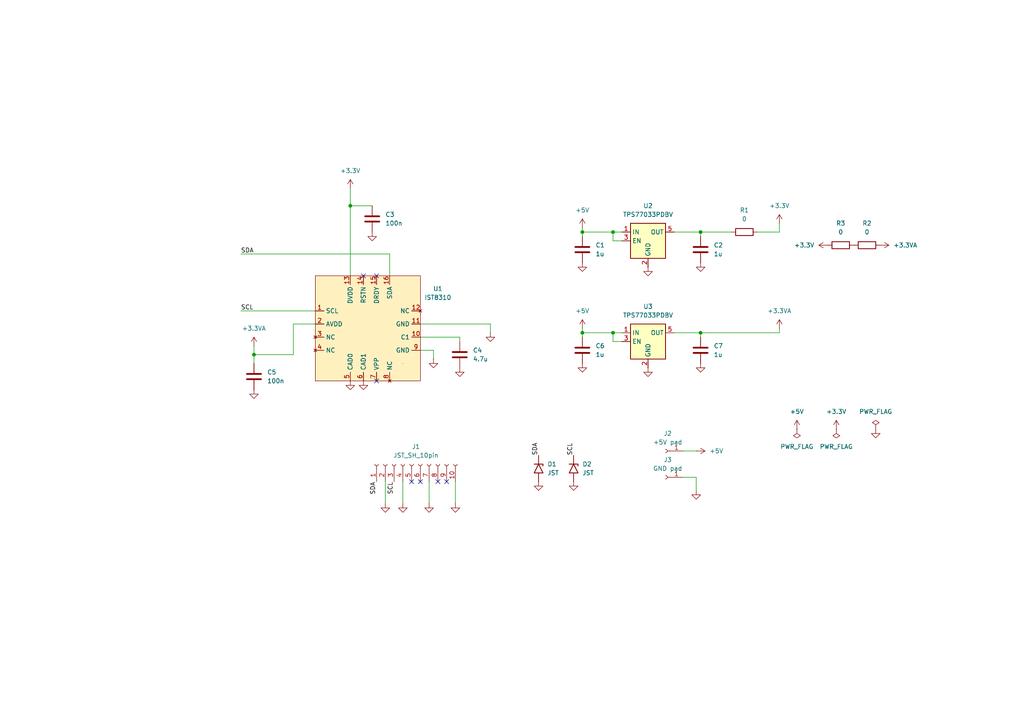
<source format=kicad_sch>
(kicad_sch (version 20250114) (generator "eeschema") (generator_version "9.0")
  (paper "A4")
  (lib_symbols
    (symbol "Connector:Conn_01x01_Socket" (pin_names (offset 1.016) (hide yes))
      (property "Reference" "J" (at 0 2.54 0))
      (property "Value" "Conn_01x01_Socket" (at 0 -2.54 0))
      (symbol "Conn_01x01_Socket_1_1"
        (polyline (pts (xy -1.27 0) (xy -0.508 0)) (stroke (width 0.1524)))
        (arc (start 0 -0.508) (mid -0.5058 0) (end 0 0.508) (stroke (width 0.1524)))
        (pin passive line (at -5.08 0 0) (length 3.81) (name "Pin_1") (number "1"))
      )
    )
    (symbol "Connector:Conn_01x10_Socket" (pin_names (offset 1.016) (hide yes))
      (property "Reference" "J" (at 0 12.7 0))
      (property "Value" "Conn_01x10_Socket" (at 0 -15.24 0))
      (symbol "Conn_01x10_Socket_1_1"
        (polyline (pts (xy -1.27 10.16) (xy -0.508 10.16)) (stroke (width 0.1524)))
        (polyline (pts (xy -1.27 7.62) (xy -0.508 7.62)) (stroke (width 0.1524)))
        (polyline (pts (xy -1.27 5.08) (xy -0.508 5.08)) (stroke (width 0.1524)))
        (polyline (pts (xy -1.27 2.54) (xy -0.508 2.54)) (stroke (width 0.1524)))
        (polyline (pts (xy -1.27 0) (xy -0.508 0)) (stroke (width 0.1524)))
        (polyline (pts (xy -1.27 -2.54) (xy -0.508 -2.54)) (stroke (width 0.1524)))
        (polyline (pts (xy -1.27 -5.08) (xy -0.508 -5.08)) (stroke (width 0.1524)))
        (polyline (pts (xy -1.27 -7.62) (xy -0.508 -7.62)) (stroke (width 0.1524)))
        (polyline (pts (xy -1.27 -10.16) (xy -0.508 -10.16)) (stroke (width 0.1524)))
        (polyline (pts (xy -1.27 -12.7) (xy -0.508 -12.7)) (stroke (width 0.1524)))
        (arc (start 0 9.652) (mid -0.5058 10.16) (end 0 10.668) (stroke (width 0.1524)))
        (arc (start 0 7.112) (mid -0.5058 7.62) (end 0 8.128) (stroke (width 0.1524)))
        (arc (start 0 4.572) (mid -0.5058 5.08) (end 0 5.588) (stroke (width 0.1524)))
        (arc (start 0 2.032) (mid -0.5058 2.54) (end 0 3.048) (stroke (width 0.1524)))
        (arc (start 0 -0.508) (mid -0.5058 0) (end 0 0.508) (stroke (width 0.1524)))
        (arc (start 0 -3.048) (mid -0.5058 -2.54) (end 0 -2.032) (stroke (width 0.1524)))
        (arc (start 0 -5.588) (mid -0.5058 -5.08) (end 0 -4.572) (stroke (width 0.1524)))
        (arc (start 0 -8.128) (mid -0.5058 -7.62) (end 0 -7.112) (stroke (width 0.1524)))
        (arc (start 0 -10.668) (mid -0.5058 -10.16) (end 0 -9.652) (stroke (width 0.1524)))
        (arc (start 0 -13.208) (mid -0.5058 -12.7) (end 0 -12.192) (stroke (width 0.1524)))
        (pin passive line (at -5.08 10.16 0) (length 3.81) (name "Pin_1") (number "1"))
        (pin passive line (at -5.08 7.62 0) (length 3.81) (name "Pin_2") (number "2"))
        (pin passive line (at -5.08 5.08 0) (length 3.81) (name "Pin_3") (number "3"))
        (pin passive line (at -5.08 2.54 0) (length 3.81) (name "Pin_4") (number "4"))
        (pin passive line (at -5.08 0 0) (length 3.81) (name "Pin_5") (number "5"))
        (pin passive line (at -5.08 -2.54 0) (length 3.81) (name "Pin_6") (number "6"))
        (pin passive line (at -5.08 -5.08 0) (length 3.81) (name "Pin_7") (number "7"))
        (pin passive line (at -5.08 -7.62 0) (length 3.81) (name "Pin_8") (number "8"))
        (pin passive line (at -5.08 -10.16 0) (length 3.81) (name "Pin_9") (number "9"))
        (pin passive line (at -5.08 -12.7 0) (length 3.81) (name "Pin_10") (number "10"))
      )
    )
    (symbol "Device:C" (pin_numbers (hide yes)) (pin_names (offset 0.254))
      (property "Reference" "C" (at 0.635 2.54 0))
      (property "Value" "C" (at 0.635 -2.54 0))
      (symbol "C_0_1"
        (polyline (pts (xy -2.032 0.762) (xy 2.032 0.762)) (stroke (width 0.508)))
        (polyline (pts (xy -2.032 -0.762) (xy 2.032 -0.762)) (stroke (width 0.508)))
      )
      (symbol "C_1_1"
        (pin passive line (at 0 3.81 270) (length 2.794) (name "~") (number "1"))
        (pin passive line (at 0 -3.81 90) (length 2.794) (name "~") (number "2"))
      )
    )
    (symbol "Device:R" (pin_numbers (hide yes)) (pin_names (offset 0))
      (property "Reference" "R" (at 2.032 0 90))
      (property "Value" "R" (at 0 0 90))
      (symbol "R_0_1"
        (rectangle (start -1.016 -2.54) (end 1.016 2.54) (stroke (width 0.254)))
      )
      (symbol "R_1_1"
        (pin passive line (at 0 3.81 270) (length 1.27) (name "~") (number "1"))
        (pin passive line (at 0 -3.81 90) (length 1.27) (name "~") (number "2"))
      )
    )
    (symbol "Diode:SM6T10A" (pin_numbers (hide yes)) (pin_names (offset 1.016) (hide yes))
      (property "Reference" "D" (at 0 2.54 0))
      (property "Value" "SM6T10A" (at 0 -2.54 0))
      (symbol "SM6T10A_0_1"
        (polyline (pts (xy -0.762 1.27) (xy -1.27 1.27) (xy -1.27 -1.27)) (stroke (width 0.254)))
        (polyline (pts (xy 1.27 1.27) (xy 1.27 -1.27) (xy -1.27 0) (xy 1.27 1.27)) (stroke (width 0.254)))
      )
      (symbol "SM6T10A_1_1"
        (pin passive line (at -3.81 0 0) (length 2.54) (name "A1") (number "1"))
        (pin passive line (at 3.81 0 180) (length 2.54) (name "A2") (number "2"))
      )
    )
    (symbol "Magnetometer:IST8310_GM_Sensor"
      (property "Reference" "U" (at 10.16 -10.16 0))
      (property "Value" "IST8310" (at 0.254 -0.254 0))
      (symbol "IST8310_GM_Sensor_0_0"
        (pin no_connect line (at -15.24 -2.54 0) (length 2.54) (name "NC") (number "3"))
        (pin no_connect line (at -15.24 -6.35 0) (length 2.54) (name "NC") (number "4"))
        (pin power_in line (at -5.08 15.24 270) (length 2.54) (name "DVDD") (number "13"))
        (pin input line (at -5.08 -15.24 90) (length 2.54) (name "CAD0") (number "5"))
        (pin input line (at -1.27 15.24 270) (length 2.54) (name "RSTN") (number "14"))
        (pin passive line (at 2.54 -15.24 90) (length 2.54) (name "VPP") (number "7"))
        (pin power_in line (at 15.24 1.27 180) (length 2.54) (name "GND") (number "11"))
        (pin power_in line (at 15.24 -6.35 180) (length 2.54) (name "GND") (number "9"))
      )
      (symbol "IST8310_GM_Sensor_0_1"
        (rectangle (start 10.16 -10.16) (end 10.16 -10.16))
      )
      (symbol "IST8310_GM_Sensor_1_0"
        (pin input line (at -15.24 5.08 0) (length 2.54) (name "SCL") (number "1"))
        (pin power_in line (at -15.24 1.27 0) (length 2.54) (name "AVDD") (number "2"))
        (pin input line (at -1.27 -15.24 90) (length 2.54) (name "CAD1") (number "6"))
        (pin output line (at 2.54 15.24 270) (length 2.54) (name "DRDY") (number "15"))
        (pin bidirectional line (at 6.35 15.24 270) (length 2.54) (name "SDA") (number "16"))
        (pin no_connect line (at 6.35 -15.24 90) (length 2.54) (name "NC") (number "8"))
        (pin no_connect line (at 15.24 5.08 180) (length 2.54) (name "NC") (number "12"))
        (pin passive line (at 15.24 -2.54 180) (length 2.54) (name "C1") (number "10"))
      )
      (symbol "IST8310_GM_Sensor_1_1"
        (rectangle (start -15.24 15.24) (end 15.24 -15.24) (fill (type color) (color 255 240 192 1)))
      )
    )
    (symbol "Regulator_Linear:TPS77033PDBV"
      (property "Reference" "U" (at -3.81 6.35 0))
      (property "Value" "TPS77033PDBV" (at 6.35 6.35 0))
      (symbol "TPS77033PDBV_0_1"
        (rectangle (start -5.08 -5.08) (end 5.08 5.08) (stroke (width 0.254)) (fill (type background)))
        (pin power_in line (at -7.62 2.54 0) (length 2.54) (name "IN") (number "1"))
        (pin input line (at -7.62 0 0) (length 2.54) (name "EN") (number "3"))
        (pin power_in line (at 0 -7.62 90) (length 2.54) (name "GND") (number "2"))
        (pin power_out line (at 7.62 2.54 180) (length 2.54) (name "OUT") (number "5"))
      )
      (symbol "TPS77033PDBV_1_1"
        (pin passive line (at 0 -7.62 90) (length 2.54) (hide yes) (name "GND") (number "4"))
      )
    )
    (symbol "power:+3.3V" (power) (pin_numbers (hide yes)) (pin_names (offset 0) (hide yes))
      (property "Value" "+3.3V" (at 0 3.556 0))
      (symbol "+3.3V_0_1"
        (polyline (pts (xy -0.762 1.27) (xy 0 2.54)))
        (polyline (pts (xy 0 2.54) (xy 0.762 1.27)))
        (polyline (pts (xy 0 0) (xy 0 2.54)))
      )
      (symbol "+3.3V_1_1"
        (pin power_in line (at 0 0 90) (length 0) (name "~") (number "1"))
      )
    )
    (symbol "power:+5V" (power) (pin_numbers (hide yes)) (pin_names (offset 0) (hide yes))
      (property "Value" "+5V" (at 0 3.556 0))
      (symbol "+5V_0_1"
        (polyline (pts (xy -0.762 1.27) (xy 0 2.54)))
        (polyline (pts (xy 0 2.54) (xy 0.762 1.27)))
        (polyline (pts (xy 0 0) (xy 0 2.54)))
      )
      (symbol "+5V_1_1"
        (pin power_in line (at 0 0 90) (length 0) (name "~") (number "1"))
      )
    )
    (symbol "power:GND" (power) (pin_numbers (hide yes)) (pin_names (offset 0) (hide yes))
      (property "Value" "GND" (at 0 -3.81 0))
      (symbol "GND_0_1"
        (polyline (pts (xy 0 0) (xy 0 -1.27) (xy 1.27 -1.27) (xy 0 -2.54) (xy -1.27 -1.27) (xy 0 -1.27)))
      )
      (symbol "GND_1_1"
        (pin power_in line (at 0 0 270) (length 0) (name "~") (number "1"))
      )
    )
    (symbol "power:PWR_FLAG" (power) (pin_numbers (hide yes)) (pin_names (offset 0) (hide yes))
      (property "Value" "PWR_FLAG" (at 0 3.81 0))
      (symbol "PWR_FLAG_0_0"
        (pin power_out line (at 0 0 90) (length 0) (name "~") (number "1"))
      )
      (symbol "PWR_FLAG_0_1"
        (polyline (pts (xy 0 0) (xy 0 1.27) (xy -1.016 1.905) (xy 0 2.54) (xy 1.016 1.905) (xy 0 1.27)))
      )
    )
  )
  (junction (at 203.2 96.52))
  (junction (at 73.66 102.87))
  (junction (at 168.91 67.31))
  (junction (at 101.6 59.69))
  (junction (at 203.2 67.31))
  (junction (at 177.8 96.52))
  (junction (at 177.8 67.31))
  (junction (at 168.91 96.52))
  (no_connect (at 109.22 110.49))
  (no_connect (at 121.92 139.7))
  (no_connect (at 105.41 80.01))
  (no_connect (at 127 139.7))
  (no_connect (at 109.22 80.01))
  (no_connect (at 129.54 139.7))
  (no_connect (at 119.38 139.7))
  (wire (pts (xy 85.09 102.87) (xy 73.66 102.87)))
  (wire (pts (xy 177.8 96.52) (xy 180.34 96.52)))
  (wire (pts (xy 113.03 80.01) (xy 113.03 73.66)))
  (wire (pts (xy 177.8 99.06) (xy 177.8 96.52)))
  (wire (pts (xy 101.6 80.01) (xy 101.6 59.69)))
  (wire (pts (xy 121.92 93.98) (xy 142.24 93.98)))
  (wire (pts (xy 73.66 102.87) (xy 73.66 105.41)))
  (wire (pts (xy 212.09 67.31) (xy 203.2 67.31)))
  (wire (pts (xy 195.58 67.31) (xy 203.2 67.31)))
  (wire (pts (xy 226.06 64.77) (xy 226.06 67.31)))
  (wire (pts (xy 177.8 67.31) (xy 180.34 67.31)))
  (wire (pts (xy 121.92 97.79) (xy 133.35 97.79)))
  (wire (pts (xy 177.8 69.85) (xy 177.8 67.31)))
  (wire (pts (xy 203.2 97.79) (xy 203.2 96.52)))
  (wire (pts (xy 73.66 100.33) (xy 73.66 102.87)))
  (wire (pts (xy 111.76 146.05) (xy 111.76 139.7)))
  (wire (pts (xy 133.35 97.79) (xy 133.35 99.06)))
  (wire (pts (xy 203.2 68.58) (xy 203.2 67.31)))
  (wire (pts (xy 101.6 54.61) (xy 101.6 59.69)))
  (wire (pts (xy 142.24 93.98) (xy 142.24 96.52)))
  (wire (pts (xy 91.44 93.98) (xy 85.09 93.98)))
  (wire (pts (xy 69.85 90.17) (xy 91.44 90.17)))
  (wire (pts (xy 201.93 138.43) (xy 201.93 142.24)))
  (wire (pts (xy 168.91 68.58) (xy 168.91 67.31)))
  (wire (pts (xy 168.91 97.79) (xy 168.91 96.52)))
  (wire (pts (xy 168.91 67.31) (xy 177.8 67.31)))
  (wire (pts (xy 116.84 146.05) (xy 116.84 139.7)))
  (wire (pts (xy 121.92 101.6) (xy 125.73 101.6)))
  (wire (pts (xy 124.46 146.05) (xy 124.46 139.7)))
  (wire (pts (xy 132.08 146.05) (xy 132.08 139.7)))
  (wire (pts (xy 113.03 73.66) (xy 69.85 73.66)))
  (wire (pts (xy 226.06 95.25) (xy 226.06 96.52)))
  (wire (pts (xy 125.73 101.6) (xy 125.73 104.14)))
  (wire (pts (xy 203.2 96.52) (xy 226.06 96.52)))
  (wire (pts (xy 201.93 130.81) (xy 198.12 130.81)))
  (wire (pts (xy 168.91 66.04) (xy 168.91 67.31)))
  (wire (pts (xy 85.09 93.98) (xy 85.09 102.87)))
  (wire (pts (xy 180.34 69.85) (xy 177.8 69.85)))
  (wire (pts (xy 226.06 67.31) (xy 219.71 67.31)))
  (wire (pts (xy 168.91 95.25) (xy 168.91 96.52)))
  (wire (pts (xy 101.6 59.69) (xy 107.95 59.69)))
  (wire (pts (xy 195.58 96.52) (xy 203.2 96.52)))
  (wire (pts (xy 180.34 99.06) (xy 177.8 99.06)))
  (wire (pts (xy 198.12 138.43) (xy 201.93 138.43)))
  (wire (pts (xy 168.91 96.52) (xy 177.8 96.52)))
  (label "SCL" (at 69.85 90.17 0))
  (label "SDA" (at 109.22 139.7 270))
  (label "SDA" (at 69.85 73.66 0))
  (label "SCL" (at 166.37 132.08 90))
  (label "SCL" (at 114.3 139.7 270))
  (label "SDA" (at 156.21 132.08 90))
  (symbol (lib_id "power:+3.3V") (at 226.06 95.25 0) (unit 1)
    (property "Reference" "#PWR09" (effects (hide yes)))
    (property "Value" "+3.3VA" (at 226.06 90.17 0))
    (property "Description" "Power symbol creates a global label with name \"+3.3V\"" (effects (hide yes)))
  )
  (symbol (lib_id "Connector:Conn_01x01_Socket") (at 193.04 130.81 180) (unit 1)
    (property "Reference" "J2" (at 193.675 125.73 0))
    (property "Value" "+5V pad" (at 193.675 128.27 0))
    (property "Footprint" "Connector_Wire:SolderWirePad_1x01_SMD_3x6mm" (effects (hide yes)))
    (property "Description" "Generic connector, single row, 01x01, script generated" (effects (hide yes)))
  )
  (symbol (lib_id "power:GND") (at 203.2 76.2 0) (unit 1)
    (property "Reference" "#PWR03" (effects (hide yes)))
    (property "Value" "GND" (effects (hide yes)))
    (property "Description" "Power symbol creates a global label with name \"GND\" , ground" (effects (hide yes)))
  )
  (symbol (lib_id "power:GND") (at 142.24 96.52 0) (unit 1)
    (property "Reference" "#PWR013" (effects (hide yes)))
    (property "Value" "GND" (effects (hide yes)))
    (property "Description" "Power symbol creates a global label with name \"GND\" , ground" (effects (hide yes)))
  )
  (symbol (lib_id "power:GND") (at 73.66 113.03 0) (unit 1)
    (property "Reference" "#PWR015" (effects (hide yes)))
    (property "Value" "GND" (effects (hide yes)))
    (property "Description" "Power symbol creates a global label with name \"GND\" , ground" (effects (hide yes)))
  )
  (symbol (lib_id "Device:C") (at 203.2 72.39 0) (unit 1)
    (property "Reference" "C2" (at 207.01 71.1199 0) (effects (justify left)))
    (property "Value" "1u" (at 207.01 73.6599 0) (effects (justify left)))
    (property "Footprint" "Capacitor_SMD:C_0603_1608Metric" (effects (hide yes)))
    (property "Description" "Unpolarized capacitor" (effects (hide yes)))
    (property "LCSC" "C77046" (effects (hide yes)))
  )
  (symbol (lib_id "power:GND") (at 101.6 110.49 0) (unit 1)
    (property "Reference" "#PWR020" (effects (hide yes)))
    (property "Value" "GND" (effects (hide yes)))
    (property "Description" "Power symbol creates a global label with name \"GND\" , ground" (effects (hide yes)))
  )
  (symbol (lib_id "power:GND") (at 254 124.46 0) (unit 1)
    (property "Reference" "#PWR030" (effects (hide yes)))
    (property "Value" "GND" (effects (hide yes)))
    (property "Description" "Power symbol creates a global label with name \"GND\" , ground" (effects (hide yes)))
  )
  (symbol (lib_id "power:+5V") (at 168.91 95.25 0) (unit 1)
    (property "Reference" "#PWR06" (effects (hide yes)))
    (property "Value" "+5V" (at 168.91 90.17 0))
    (property "Description" "Power symbol creates a global label with name \"+5V\"" (effects (hide yes)))
  )
  (symbol (lib_id "power:GND") (at 132.08 146.05 0) (unit 1)
    (property "Reference" "#PWR025" (effects (hide yes)))
    (property "Value" "GND" (effects (hide yes)))
    (property "Description" "Power symbol creates a global label with name \"GND\" , ground" (effects (hide yes)))
  )
  (symbol (lib_id "Device:C") (at 107.95 63.5 0) (unit 1)
    (property "Reference" "C3" (at 111.76 62.2299 0) (effects (justify left)))
    (property "Value" "100n" (at 111.76 64.7699 0) (effects (justify left)))
    (property "Footprint" "Capacitor_SMD:C_0603_1608Metric" (effects (hide yes)))
    (property "Description" "Unpolarized capacitor" (effects (hide yes)))
    (property "LCSC" "C77055" (effects (hide yes)))
  )
  (symbol (lib_id "power:GND") (at 203.2 105.41 0) (unit 1)
    (property "Reference" "#PWR010" (effects (hide yes)))
    (property "Value" "GND" (effects (hide yes)))
    (property "Description" "Power symbol creates a global label with name \"GND\" , ground" (effects (hide yes)))
  )
  (symbol (lib_id "power:GND") (at 111.76 146.05 0) (unit 1)
    (property "Reference" "#PWR022" (effects (hide yes)))
    (property "Value" "GND" (effects (hide yes)))
    (property "Description" "Power symbol creates a global label with name \"GND\" , ground" (effects (hide yes)))
  )
  (symbol (lib_id "Device:C") (at 168.91 72.39 0) (unit 1)
    (property "Reference" "C1" (at 172.72 71.1199 0) (effects (justify left)))
    (property "Value" "1u" (at 172.72 73.6599 0) (effects (justify left)))
    (property "Footprint" "Capacitor_SMD:C_0603_1608Metric" (effects (hide yes)))
    (property "Description" "Unpolarized capacitor" (effects (hide yes)))
    (property "LCSC" "C77046" (effects (hide yes)))
  )
  (symbol (lib_id "power:GND") (at 125.73 104.14 0) (unit 1)
    (property "Reference" "#PWR012" (effects (hide yes)))
    (property "Value" "GND" (effects (hide yes)))
    (property "Description" "Power symbol creates a global label with name \"GND\" , ground" (effects (hide yes)))
  )
  (symbol (lib_id "power:GND") (at 166.37 139.7 0) (unit 1)
    (property "Reference" "#PWR032" (effects (hide yes)))
    (property "Value" "GND" (effects (hide yes)))
    (property "Description" "Power symbol creates a global label with name \"GND\" , ground" (effects (hide yes)))
  )
  (symbol (lib_id "power:+5V") (at 231.14 124.46 0) (unit 1)
    (property "Reference" "#PWR028" (effects (hide yes)))
    (property "Value" "+5V" (at 231.14 119.38 0))
    (property "Description" "Power symbol creates a global label with name \"+5V\"" (effects (hide yes)))
  )
  (symbol (lib_id "power:GND") (at 187.96 77.47 0) (unit 1)
    (property "Reference" "#PWR01" (effects (hide yes)))
    (property "Value" "GND" (effects (hide yes)))
    (property "Description" "Power symbol creates a global label with name \"GND\" , ground" (effects (hide yes)))
  )
  (symbol (lib_id "power:+3.3V") (at 242.57 124.46 0) (unit 1)
    (property "Reference" "#PWR029" (effects (hide yes)))
    (property "Value" "+3.3V" (at 242.57 119.38 0))
    (property "Description" "Power symbol creates a global label with name \"+3.3V\"" (effects (hide yes)))
  )
  (symbol (lib_id "power:+3.3V") (at 226.06 64.77 0) (unit 1)
    (property "Reference" "#PWR05" (effects (hide yes)))
    (property "Value" "+3.3V" (at 226.06 59.69 0))
    (property "Description" "Power symbol creates a global label with name \"+3.3V\"" (effects (hide yes)))
  )
  (symbol (lib_id "Device:R") (at 215.9 67.31 90) (unit 1)
    (property "Reference" "R1" (at 215.9 60.96 90))
    (property "Value" "0" (at 215.9 63.5 90))
    (property "Footprint" "Resistor_SMD:R_0603_1608Metric" (effects (hide yes)))
    (property "Description" "Resistor" (effects (hide yes)))
    (property "LCSC" "C95177" (effects (hide yes)))
  )
  (symbol (lib_id "Device:C") (at 133.35 102.87 0) (unit 1)
    (property "Reference" "C4" (at 137.16 101.5999 0) (effects (justify left)))
    (property "Value" "4.7u" (at 137.16 104.1399 0) (effects (justify left)))
    (property "Footprint" "Capacitor_SMD:C_0603_1608Metric" (effects (hide yes)))
    (property "Description" "Unpolarized capacitor" (effects (hide yes)))
    (property "LCSC" "C327022" (effects (hide yes)))
  )
  (symbol (lib_id "power:PWR_FLAG") (at 242.57 124.46 180) (unit 1)
    (property "Reference" "#FLG02" (effects (hide yes)))
    (property "Value" "PWR_FLAG" (at 242.57 129.54 0))
    (property "Description" "Special symbol for telling ERC where power comes from" (effects (hide yes)))
  )
  (symbol (lib_id "power:PWR_FLAG") (at 231.14 124.46 180) (unit 1)
    (property "Reference" "#FLG01" (effects (hide yes)))
    (property "Value" "PWR_FLAG" (at 231.14 129.54 0))
    (property "Description" "Special symbol for telling ERC where power comes from" (effects (hide yes)))
  )
  (symbol (lib_id "power:+3.3V") (at 240.03 71.12 90) (unit 1)
    (property "Reference" "#PWR017" (effects (hide yes)))
    (property "Value" "+3.3V" (at 236.22 71.1199 90) (effects (justify left)))
    (property "Description" "Power symbol creates a global label with name \"+3.3V\"" (effects (hide yes)))
  )
  (symbol (lib_id "Diode:SM6T10A") (at 156.21 135.89 270) (unit 1)
    (property "Reference" "D1" (at 158.75 134.6199 90) (effects (justify left)))
    (property "Value" "JST" (at 158.75 137.1599 90) (effects (justify left)))
    (property "Footprint" "Diode_SMD:D_0402_1005Metric" (effects (hide yes)))
    (property "Datasheet" "https://www.st.com/resource/en/datasheet/sm6t.pdf" (effects (hide yes)))
    (property "Description" "600W unidirectional Transil Transient Voltage Suppressor, 10Vrwm, DO-214AA" (effects (hide yes)))
    (property "LCSC" "C1869319" (effects (hide yes)))
  )
  (symbol (lib_id "power:GND") (at 124.46 146.05 0) (unit 1)
    (property "Reference" "#PWR024" (effects (hide yes)))
    (property "Value" "GND" (effects (hide yes)))
    (property "Description" "Power symbol creates a global label with name \"GND\" , ground" (effects (hide yes)))
  )
  (symbol (lib_id "Regulator_Linear:TPS77033PDBV") (at 187.96 99.06 0) (unit 1)
    (property "Reference" "U3" (at 187.96 88.9 0))
    (property "Value" "TPS77033PDBV" (at 187.96 91.44 0))
    (property "Footprint" "Package_TO_SOT_SMD:SOT-23-5" (effects (hide yes)))
    (property "Datasheet" "https://www.ti.com/lit/ds/symlink/tlv770.pdf" (effects (hide yes)))
    (property "Description" "50-mA fixed LDO, 3.3V, active output discharge, 55dB@1MHz PSRR, 3.35..5.5Vin, 45mV dropout, SOT-23-5" (effects (hide yes)))
    (property "LCSC" "C36996065" (effects (hide yes)))
  )
  (symbol (lib_id "power:PWR_FLAG") (at 254 124.46 0) (unit 1)
    (property "Reference" "#FLG03" (effects (hide yes)))
    (property "Value" "PWR_FLAG" (at 254 119.38 0))
    (property "Description" "Special symbol for telling ERC where power comes from" (effects (hide yes)))
  )
  (symbol (lib_id "power:GND") (at 187.96 106.68 0) (unit 1)
    (property "Reference" "#PWR08" (effects (hide yes)))
    (property "Value" "GND" (effects (hide yes)))
    (property "Description" "Power symbol creates a global label with name \"GND\" , ground" (effects (hide yes)))
  )
  (symbol (lib_id "Device:C") (at 73.66 109.22 0) (unit 1)
    (property "Reference" "C5" (at 77.47 107.9499 0) (effects (justify left)))
    (property "Value" "100n" (at 77.47 110.4899 0) (effects (justify left)))
    (property "Footprint" "Capacitor_SMD:C_0603_1608Metric" (effects (hide yes)))
    (property "Description" "Unpolarized capacitor" (effects (hide yes)))
    (property "LCSC" "C77055" (effects (hide yes)))
  )
  (symbol (lib_id "power:+3.3V") (at 255.27 71.12 270) (unit 1)
    (property "Reference" "#PWR016" (effects (hide yes)))
    (property "Value" "+3.3VA" (at 259.08 71.1199 90) (effects (justify left)))
    (property "Description" "Power symbol creates a global label with name \"+3.3V\"" (effects (hide yes)))
  )
  (symbol (lib_id "power:+3.3V") (at 73.66 100.33 0) (unit 1)
    (property "Reference" "#PWR019" (effects (hide yes)))
    (property "Value" "+3.3VA" (at 73.66 95.25 0))
    (property "Description" "Power symbol creates a global label with name \"+3.3V\"" (effects (hide yes)))
  )
  (symbol (lib_id "Magnetometer:IST8310_GM_Sensor") (at 106.68 95.25 0) (unit 1)
    (property "Reference" "U1" (at 127 83.7498 0))
    (property "Value" "IST8310" (at 127 86.2898 0))
    (property "Footprint" "Magnetometer:IST8310 LGA" (effects (hide yes)))
    (property "Datasheet" "https://isentek.com/products_view.php?PID=10&sn=13" (effects (hide yes)))
    (property "Description" "IST8310 3D Magnetometer" (effects (hide yes)))
    (property "Manufacturer" "isentek" (effects (hide yes)))
    (property "Manufacturer Part Number " "IST8310 " (effects (hide yes)))
    (property "LCSC" "C2683055" (effects (hide yes)))
  )
  (symbol (lib_id "power:+3.3V") (at 101.6 54.61 0) (unit 1)
    (property "Reference" "#PWR018" (effects (hide yes)))
    (property "Value" "+3.3V" (at 101.6 49.53 0))
    (property "Description" "Power symbol creates a global label with name \"+3.3V\"" (effects (hide yes)))
  )
  (symbol (lib_id "power:GND") (at 201.93 142.24 0) (unit 1)
    (property "Reference" "#PWR027" (effects (hide yes)))
    (property "Value" "GND" (effects (hide yes)))
    (property "Description" "Power symbol creates a global label with name \"GND\" , ground" (effects (hide yes)))
  )
  (symbol (lib_id "power:GND") (at 156.21 139.7 0) (unit 1)
    (property "Reference" "#PWR031" (effects (hide yes)))
    (property "Value" "GND" (effects (hide yes)))
    (property "Description" "Power symbol creates a global label with name \"GND\" , ground" (effects (hide yes)))
  )
  (symbol (lib_id "Device:R") (at 251.46 71.12 90) (unit 1)
    (property "Reference" "R2" (at 251.46 64.77 90))
    (property "Value" "0" (at 251.46 67.31 90))
    (property "Footprint" "Resistor_SMD:R_0603_1608Metric" (effects (hide yes)))
    (property "Description" "Resistor" (effects (hide yes)))
    (property "LCSC" "C95177" (effects (hide yes)))
  )
  (symbol (lib_id "Device:C") (at 168.91 101.6 0) (unit 1)
    (property "Reference" "C6" (at 172.72 100.3299 0) (effects (justify left)))
    (property "Value" "1u" (at 172.72 102.8699 0) (effects (justify left)))
    (property "Footprint" "Capacitor_SMD:C_0603_1608Metric" (effects (hide yes)))
    (property "Description" "Unpolarized capacitor" (effects (hide yes)))
    (property "LCSC" "C77046" (effects (hide yes)))
  )
  (symbol (lib_id "power:+5V") (at 168.91 66.04 0) (unit 1)
    (property "Reference" "#PWR04" (effects (hide yes)))
    (property "Value" "+5V" (at 168.91 60.96 0))
    (property "Description" "Power symbol creates a global label with name \"+5V\"" (effects (hide yes)))
  )
  (symbol (lib_id "power:+5V") (at 201.93 130.81 270) (unit 1)
    (property "Reference" "#PWR026" (effects (hide yes)))
    (property "Value" "+5V" (at 205.74 130.8099 90) (effects (justify left)))
    (property "Description" "Power symbol creates a global label with name \"+5V\"" (effects (hide yes)))
  )
  (symbol (lib_id "Device:R") (at 243.84 71.12 90) (unit 1)
    (property "Reference" "R3" (at 243.84 64.77 90))
    (property "Value" "0" (at 243.84 67.31 90))
    (property "Footprint" "Resistor_SMD:R_0603_1608Metric" (effects (hide yes)))
    (property "Description" "Resistor" (effects (hide yes)))
    (property "LCSC" "C95177" (effects (hide yes)))
  )
  (symbol (lib_id "Connector:Conn_01x10_Socket") (at 119.38 134.62 90) (unit 1)
    (property "Reference" "J1" (at 120.65 129.54 90))
    (property "Value" "JST_SH_10pin" (at 120.65 132.08 90))
    (property "Footprint" "Connector_JST:JST_SHL_SM10B-SHLS-TF_1x10-1MP_P1.00mm_Horizontal" (effects (hide yes)))
    (property "Description" "Generic connector, single row, 01x10, script generated" (effects (hide yes)))
    (property "LCSC" "C160409" (effects (hide yes)))
  )
  (symbol (lib_id "power:GND") (at 168.91 105.41 0) (unit 1)
    (property "Reference" "#PWR07" (effects (hide yes)))
    (property "Value" "GND" (effects (hide yes)))
    (property "Description" "Power symbol creates a global label with name \"GND\" , ground" (effects (hide yes)))
  )
  (symbol (lib_id "power:GND") (at 107.95 67.31 0) (unit 1)
    (property "Reference" "#PWR014" (effects (hide yes)))
    (property "Value" "GND" (effects (hide yes)))
    (property "Description" "Power symbol creates a global label with name \"GND\" , ground" (effects (hide yes)))
  )
  (symbol (lib_id "Regulator_Linear:TPS77033PDBV") (at 187.96 69.85 0) (unit 1)
    (property "Reference" "U2" (at 187.96 59.69 0))
    (property "Value" "TPS77033PDBV" (at 187.96 62.23 0))
    (property "Footprint" "Package_TO_SOT_SMD:SOT-23-5" (effects (hide yes)))
    (property "Datasheet" "https://www.ti.com/lit/ds/symlink/tlv770.pdf" (effects (hide yes)))
    (property "Description" "50-mA fixed LDO, 3.3V, active output discharge, 55dB@1MHz PSRR, 3.35..5.5Vin, 45mV dropout, SOT-23-5" (effects (hide yes)))
    (property "LCSC" "C36996065" (effects (hide yes)))
  )
  (symbol (lib_id "power:GND") (at 116.84 146.05 0) (unit 1)
    (property "Reference" "#PWR023" (effects (hide yes)))
    (property "Value" "GND" (effects (hide yes)))
    (property "Description" "Power symbol creates a global label with name \"GND\" , ground" (effects (hide yes)))
  )
  (symbol (lib_id "power:GND") (at 168.91 76.2 0) (unit 1)
    (property "Reference" "#PWR02" (effects (hide yes)))
    (property "Value" "GND" (effects (hide yes)))
    (property "Description" "Power symbol creates a global label with name \"GND\" , ground" (effects (hide yes)))
  )
  (symbol (lib_id "power:GND") (at 105.41 110.49 0) (unit 1)
    (property "Reference" "#PWR021" (effects (hide yes)))
    (property "Value" "GND" (effects (hide yes)))
    (property "Description" "Power symbol creates a global label with name \"GND\" , ground" (effects (hide yes)))
  )
  (symbol (lib_id "Device:C") (at 203.2 101.6 0) (unit 1)
    (property "Reference" "C7" (at 207.01 100.3299 0) (effects (justify left)))
    (property "Value" "1u" (at 207.01 102.8699 0) (effects (justify left)))
    (property "Footprint" "Capacitor_SMD:C_0603_1608Metric" (effects (hide yes)))
    (property "Description" "Unpolarized capacitor" (effects (hide yes)))
    (property "LCSC" "C77046" (effects (hide yes)))
  )
  (symbol (lib_id "power:GND") (at 133.35 106.68 0) (unit 1)
    (property "Reference" "#PWR011" (effects (hide yes)))
    (property "Value" "GND" (effects (hide yes)))
    (property "Description" "Power symbol creates a global label with name \"GND\" , ground" (effects (hide yes)))
  )
  (symbol (lib_id "Diode:SM6T10A") (at 166.37 135.89 270) (unit 1)
    (property "Reference" "D2" (at 168.91 134.6199 90) (effects (justify left)))
    (property "Value" "JST" (at 168.91 137.1599 90) (effects (justify left)))
    (property "Footprint" "Diode_SMD:D_0402_1005Metric" (effects (hide yes)))
    (property "Datasheet" "https://www.st.com/resource/en/datasheet/sm6t.pdf" (effects (hide yes)))
    (property "Description" "600W unidirectional Transil Transient Voltage Suppressor, 10Vrwm, DO-214AA" (effects (hide yes)))
    (property "LCSC" "C1869319" (effects (hide yes)))
  )
  (symbol (lib_id "Connector:Conn_01x01_Socket") (at 193.04 138.43 180) (unit 1)
    (property "Reference" "J3" (at 193.675 133.35 0))
    (property "Value" "GND pad" (at 193.675 135.89 0))
    (property "Footprint" "Connector_Wire:SolderWirePad_1x01_SMD_3x6mm" (effects (hide yes)))
    (property "Description" "Generic connector, single row, 01x01, script generated" (effects (hide yes)))
  )
)
</source>
